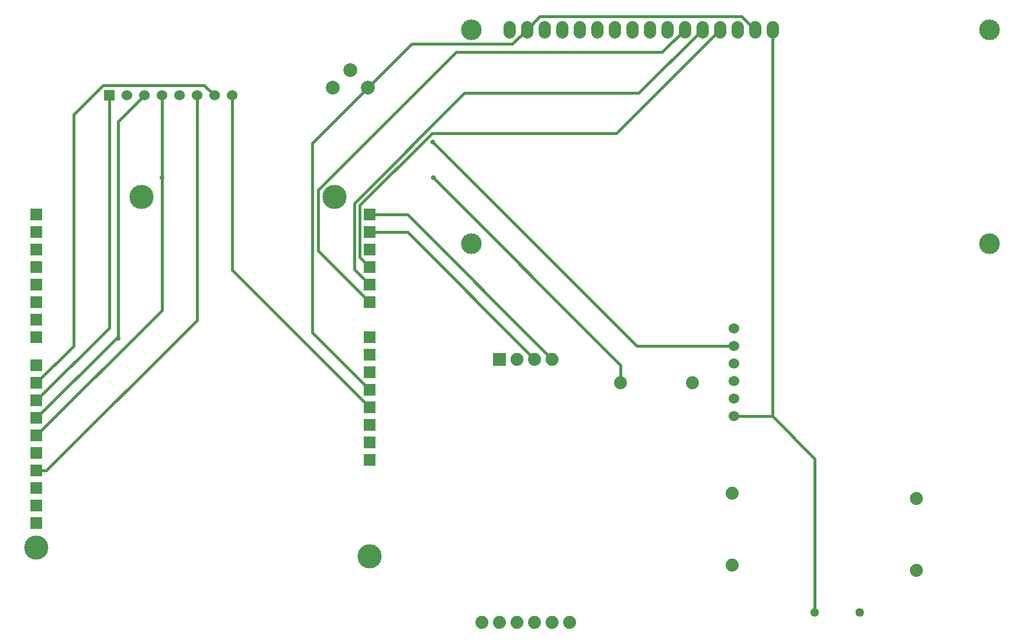
<source format=gbl>
G04 Layer: BottomLayer*
G04 EasyEDA v6.4.7, 2021-01-23T14:16:31+05:30*
G04 c51e990780d247319b14f838fd0acc24,02e763260c664b4eba746f00e1d76479,10*
G04 Gerber Generator version 0.2*
G04 Scale: 100 percent, Rotated: No, Reflected: No *
G04 Dimensions in millimeters *
G04 leading zeros omitted , absolute positions ,3 integer and 3 decimal *
%FSLAX33Y33*%
%MOMM*%
G90*
D02*

%ADD11C,0.399999*%
%ADD12C,0.700024*%
%ADD14R,1.676400X1.676400*%
%ADD15C,3.499993*%
%ADD17C,1.879600*%
%ADD18C,1.999996*%
%ADD19C,1.524000*%
%ADD20C,2.999994*%
%ADD21C,1.300480*%
%ADD23C,1.799996*%

%LPD*%
G54D11*
G01X100401Y94737D02*
G01X97137Y91475D01*
G01X67279Y91475D01*
G01X47348Y71541D01*
G01X47348Y62689D01*
G01X54802Y55234D01*
G01X6542Y41010D02*
G01X17083Y51551D01*
G01X17083Y85206D01*
G01X113101Y38724D02*
G01X107507Y38724D01*
G01X119242Y10276D02*
G01X119242Y32580D01*
G01X113101Y38724D01*
G01X113101Y38724D02*
G01X113101Y94737D01*
G01X7983Y30850D02*
G01X29783Y52651D01*
G01X29783Y85206D01*
G01X6542Y30850D02*
G01X7983Y30850D01*
G01X54802Y57774D02*
G01X52550Y60027D01*
G01X52550Y69591D01*
G01X68506Y85547D01*
G01X93748Y85547D01*
G01X102941Y94737D01*
G01X54802Y60314D02*
G01X53362Y61755D01*
G01X53362Y69268D01*
G01X63812Y79718D01*
G01X90459Y79718D01*
G01X105481Y94737D01*
G01X78678Y46979D02*
G01X60263Y65394D01*
G01X54802Y65394D01*
G01X77541Y94737D02*
G01X79448Y96647D01*
G01X108650Y96647D01*
G01X110561Y94737D01*
G01X77541Y94737D02*
G01X75437Y92636D01*
G01X60835Y92636D01*
G01X54548Y86349D01*
G01X54802Y42534D02*
G01X46502Y50835D01*
G01X46502Y78303D01*
G01X54548Y86349D01*
G01X34863Y85206D02*
G01X34863Y59933D01*
G01X54802Y39994D01*
G01X32323Y85206D02*
G01X30843Y86687D01*
G01X16164Y86687D01*
G01X11892Y82415D01*
G01X11892Y48900D01*
G01X6542Y43550D01*
G01X22163Y85206D02*
G01X18404Y81447D01*
G01X18404Y50022D01*
G01X6542Y38470D02*
G01X18094Y50022D01*
G01X18404Y50022D01*
G01X91132Y43550D02*
G01X91132Y46093D01*
G01X63982Y73243D01*
G01X6542Y35930D02*
G01X24703Y54091D01*
G01X24703Y73243D01*
G01X24703Y73243D02*
G01X24703Y85206D01*
G01X107507Y48884D02*
G01X93502Y48884D01*
G01X63913Y78473D01*
G01X81218Y46979D02*
G01X60263Y67934D01*
G01X54802Y67934D01*
G54D14*
G01X6542Y57774D03*
G01X54802Y55234D03*
G01X6542Y60314D03*
G01X6542Y62854D03*
G01X6542Y65394D03*
G01X6542Y67934D03*
G01X6542Y55234D03*
G01X6542Y52694D03*
G01X6542Y50154D03*
G01X6542Y46090D03*
G01X6542Y43550D03*
G01X6542Y41010D03*
G01X6542Y38470D03*
G01X6542Y35930D03*
G01X6542Y33390D03*
G01X6542Y30850D03*
G01X6542Y28310D03*
G01X54802Y57774D03*
G01X54802Y60314D03*
G01X54802Y62854D03*
G01X54802Y65394D03*
G01X54802Y67934D03*
G01X54802Y50154D03*
G01X54802Y47614D03*
G01X54802Y45074D03*
G01X54802Y42534D03*
G01X54802Y39994D03*
G01X54802Y37454D03*
G01X6542Y25770D03*
G01X6542Y23230D03*
G01X54802Y34914D03*
G01X54802Y32374D03*
G54D15*
G01X6542Y19674D03*
G01X54802Y18404D03*
G01X49722Y70474D03*
G01X21782Y70474D03*
G36*
G01X72659Y47919D02*
G01X74538Y47919D01*
G01X74538Y46040D01*
G01X72659Y46040D01*
G01X72659Y47919D01*
G37*
G54D17*
G01X76138Y46979D03*
G01X78678Y46979D03*
G01X81218Y46979D03*
G01X71058Y8879D03*
G01X73598Y8879D03*
G01X76138Y8879D03*
G01X78678Y8879D03*
G01X81218Y8879D03*
G01X83758Y8879D03*
G54D18*
G01X49468Y86349D03*
G01X52008Y88889D03*
G01X54548Y86349D03*
G54D19*
G01X107507Y51424D03*
G01X107507Y48884D03*
G01X107507Y46344D03*
G01X107507Y43804D03*
G01X107507Y41264D03*
G01X107507Y38724D03*
G54D17*
G01X91132Y43550D03*
G01X101531Y43550D03*
G01X133923Y16380D03*
G01X133923Y26779D03*
G01X107253Y17142D03*
G01X107253Y27541D03*
G54D20*
G01X69500Y94738D03*
G01X69500Y63737D03*
G01X144499Y63737D03*
G01X144499Y94738D03*
G54D21*
G01X119242Y10276D03*
G01X125745Y10276D03*
G54D19*
G01X34863Y85206D03*
G01X32323Y85206D03*
G01X29783Y85206D03*
G01X27243Y85206D03*
G01X24703Y85206D03*
G01X22163Y85206D03*
G01X19623Y85206D03*
G36*
G01X16321Y85968D02*
G01X17845Y85968D01*
G01X17845Y84444D01*
G01X16321Y84444D01*
G01X16321Y85968D01*
G37*
G54D12*
G01X18404Y50022D03*
G01X24703Y73243D03*
G01X63982Y73243D03*
G01X63913Y78473D03*
G54D23*
G01X74999Y95138D02*
G01X74999Y94338D01*
G01X77539Y95138D02*
G01X77539Y94338D01*
G01X80079Y95138D02*
G01X80079Y94338D01*
G01X82619Y95138D02*
G01X82619Y94338D01*
G01X85159Y95138D02*
G01X85159Y94338D01*
G01X87699Y95138D02*
G01X87699Y94338D01*
G01X90239Y95138D02*
G01X90239Y94338D01*
G01X92779Y95138D02*
G01X92779Y94338D01*
G01X95319Y95138D02*
G01X95319Y94338D01*
G01X97859Y95138D02*
G01X97859Y94338D01*
G01X100399Y95138D02*
G01X100399Y94338D01*
G01X102939Y95138D02*
G01X102939Y94338D01*
G01X105479Y95138D02*
G01X105479Y94338D01*
G01X108019Y95138D02*
G01X108019Y94338D01*
G01X110559Y95138D02*
G01X110559Y94338D01*
G01X113099Y95138D02*
G01X113099Y94338D01*
M00*
M02*

</source>
